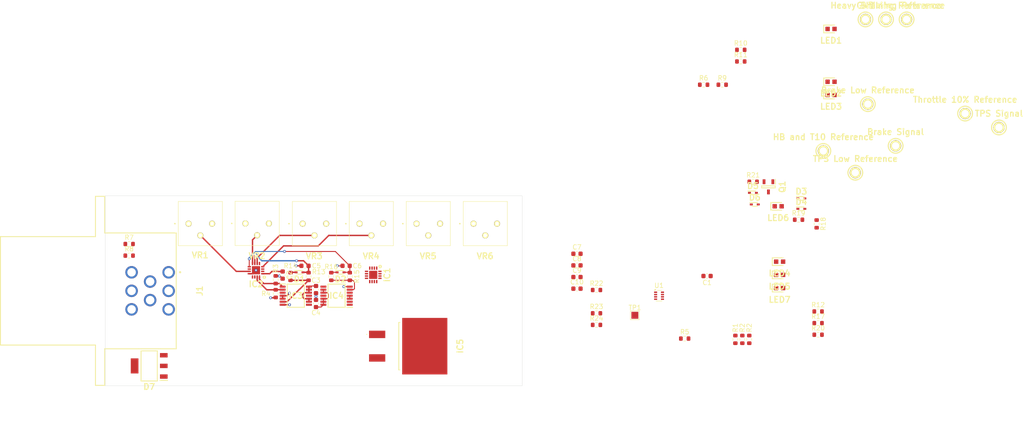
<source format=kicad_pcb>
(kicad_pcb (version 20241229) (generator "pcbnew") (generator_version "9.0")
  (layers (0 "F.Cu" signal) (4 "In1.Cu" signal) (6 "In2.Cu" signal) (2 "B.Cu" signal) (13 "F.Paste" user) (15 "B.Paste" user) (5 "F.SilkS" user "F.Silkscreen") (7 "B.SilkS" user "B.Silkscreen") (1 "F.Mask" user) (3 "B.Mask" user) (25 "Edge.Cuts" user))
  (net 0 "")
  (net 1 "/12V IGNITION")
  (net 2 "Net-(D1-K)")
  (net 3 "Net-(D2-K)")
  (net 4 "GND")
  (net 5 "/HB*T10_FAULT")
  (net 6 "/12V MASTER")
  (net 7 "/SCR Gate")
  (net 8 "BSPD KILL SIGNAL")
  (net 9 "/5V IGNITION")
  (net 10 "/5V PDM")
  (net 11 "Net-(LED1-A)")
  (net 12 "+5V")
  (net 13 "/BL+TL+(HB*T10)_FAULT")
  (net 14 "Net-(D3-K)")
  (net 15 "/BSE")
  (net 16 "Net-(D5-A)")
  (net 17 "/TPS_MAIN")
  (net 18 "/BSPD_LOGIC_SIGNAL")
  (net 19 "Net-(D6-K)")
  (net 20 "/TPS_LOW_FAULT")
  (net 21 "/BRAKE_LOW_REF")
  (net 23 "/BREAK_LOW_FAULT")
  (net 24 "/TPS_10%_REF")
  (net 26 "/TPS_10%_FAULT")
  (net 27 "/TPS_LOW_REF")
  (net 28 "/HB*T10_1S_FAULT")
  (net 30 "/HB*T10_REF")
  (net 32 "Net-(IC3-2Y)")
  (net 33 "Net-(IC4-2Y)")
  (net 34 "Net-(U1-ST)")
  (net 35 "Net-(U1-PR1)")
  (net 40 "/BL+TL_FAULT")
  (net 42 "Net-(IC1-VCC)")
  (net 43 "Net-(IC2-VCC)")
  (net 44 "/HEAVY_BRAKING_FAULT")
  (net 45 "/HEAVY_BRAKING_REF")
  (net 46 "/TIMING_REF")
  (net 47 "Net-(LED2-A)")
  (net 48 "Net-(LED3-A)")
  (net 49 "Net-(LED4-A)")
  (net 50 "Net-(LED5-A)")
  (net 51 "Net-(LED6-A)")
  (net 52 "Net-(LED7-A)")
  (net 57 "Net-(IC3-3A)")
  (net 61 "Net-(IC4-3A)")
  (footprint "Resistor_SMD:R_0603_1608Metric" (layer "F.Cu") (at 175.075 130.8)
    (property "Reference" "R5" (at 0 -1.43 0) (layer "F.SilkS"))
    (property "Value" "10k")
    (pad "1" smd roundrect (at -0.825 0) (size 0.8 0.95) (layers "F.Cu" "F.Mask" "F.Paste") (net 12 "+5V"))
    (pad "2" smd roundrect (at 0.825 0) (size 0.8 0.95) (layers "F.Cu" "F.Mask" "F.Paste") (net 28 "/HB*T10_1S_FAULT"))
  )
  (footprint "SDM_MiscFootprint:776280-1" (layer "F.Cu") (at 47.9 120.5 -90)
    (property "Reference" "J1" (at 0 -22.5 90) (layer "F.SilkS") (effects (font (size 1.27 1.27) (thickness 0.254))))
    (property "Value" "776280-1" (hide yes))
    (pad "" np_thru_hole circle (at -10 -11.3 270) (size 2.85 2.85) (drill 2.85) (layers "F&B.Cu"))
    (pad "" np_thru_hole circle (at 10 -11.3 270) (size 2.85 2.85) (drill 2.85) (layers "F&B.Cu"))
    (pad "1" thru_hole circle (at -4 -15.8 270) (size 2.7 2.7) (drill 1.85) (layers "*.Cu" "*.Mask") (net 17 "/TPS_MAIN"))
    (pad "2" thru_hole circle (at 0 -15.8 270) (size 2.7 2.7) (drill 1.85) (layers "*.Cu" "*.Mask") (net 10 "/5V PDM"))
    (pad "3" thru_hole circle (at 4 -15.8 270) (size 2.7 2.7) (drill 1.85) (layers "*.Cu" "*.Mask") (net 1 "/12V IGNITION"))
    (pad "4" thru_hole circle (at -2 -11.8 270) (size 2.7 2.7) (drill 1.85) (layers "*.Cu" "*.Mask"))
    (pad "5" thru_hole circle (at 2 -11.8 270) (size 2.7 2.7) (drill 1.85) (layers "*.Cu" "*.Mask") (net 6 "/12V MASTER"))
    (pad "6" thru_hole circle (at -4 -7.8 270) (size 2.7 2.7) (drill 1.85) (layers "*.Cu" "*.Mask") (net 15 "/BSE"))
    (pad "7" thru_hole circle (at 0 -7.8 270) (size 2.7 2.7) (drill 1.85) (layers "*.Cu" "*.Mask") (net 4 "GND"))
    (pad "8" thru_hole circle (at 4 -7.8 270) (size 2.7 2.7) (drill 1.85) (layers "*.Cu" "*.Mask") (net 8 "BSPD KILL SIGNAL"))
  )
  (footprint "SDM_MiscFootprint:LEDC1608X80N" (layer "F.Cu") (at 206.663 75.375)
    (property "Reference" "LED2" (at 0 2.5 0) (layer "F.SilkS") (effects (font (size 1.27 1.27) (thickness 0.254))))
    (property "Value" "150060RS75000" (hide yes))
    (pad "1" smd rect (at -0.75 0 90) (size 0.95 0.95) (layers "F.Cu" "F.Mask" "F.Paste") (net 4 "GND"))
    (pad "2" smd rect (at 0.75 0 90) (size 0.95 0.95) (layers "F.Cu" "F.Mask" "F.Paste") (net 47 "Net-(LED2-A)"))
  )
  (footprint "Resistor_SMD:R_0603_1608Metric" (layer "F.Cu") (at 55.175 112.9)
    (property "Reference" "R8" (at 0 -1.43 0) (layer "F.SilkS"))
    (property "Value" "10k")
    (pad "1" smd roundrect (at -0.825 0) (size 0.8 0.95) (layers "F.Cu" "F.Mask" "F.Paste") (net 15 "/BSE"))
    (pad "2" smd roundrect (at 0.825 0) (size 0.8 0.95) (layers "F.Cu" "F.Mask" "F.Paste") (net 4 "GND"))
  )
  (footprint "SDM_MiscFootprint:LEDC1608X80N" (layer "F.Cu") (at 206.663 63.975)
    (property "Reference" "LED1" (at 0 2.5 0) (layer "F.SilkS") (effects (font (size 1.27 1.27) (thickness 0.254))))
    (property "Value" "150060RS75000" (hide yes))
    (pad "1" smd rect (at -0.75 0 90) (size 0.95 0.95) (layers "F.Cu" "F.Mask" "F.Paste") (net 4 "GND"))
    (pad "2" smd rect (at 0.75 0 90) (size 0.95 0.95) (layers "F.Cu" "F.Mask" "F.Paste") (net 11 "Net-(LED1-A)"))
  )
  (footprint "Resistor_SMD:R_0603_1608Metric" (layer "F.Cu") (at 156.045 125.34)
    (property "Reference" "R23" (at 0 -1.43 0) (layer "F.SilkS"))
    (property "Value" "10k")
    (pad "1" smd roundrect (at -0.825 0) (size 0.8 0.95) (layers "F.Cu" "F.Mask" "F.Paste") (net 10 "/5V PDM"))
    (pad "2" smd roundrect (at 0.825 0) (size 0.8 0.95) (layers "F.Cu" "F.Mask" "F.Paste") (net 35 "Net-(U1-PR1)"))
  )
  (footprint "SDM_MiscFootprint:5005" (layer "F.Cu") (at 205 90.3)
    (property "Reference" "RED_TP5" (hide yes))
    (property "Value" "5005" (hide yes))
    (property "Measure" "HB and T10 Reference" (at 0 -3 0) (layer "F.SilkS") (effects (font (size 1.27 1.27) (thickness 0.254))))
    (pad "1" thru_hole circle (at 0 0 90) (size 2.4 2.4) (drill 1.6) (layers "*.Cu" "*.Mask" "F.SilkS") (net 27 "/TPS_LOW_REF"))
  )
  (footprint "TestPoint:TestPoint_Pad_1.5x1.5mm" (layer "F.Cu") (at 164.32 125.775)
    (property "Reference" "TP1" (at 0 -1.648 0) (layer "F.SilkS"))
    (property "Value" "ST_5V")
    (pad "1" smd rect (at 0 0) (size 1.5 1.5) (layers "F.Cu" "F.Mask") (net 34 "Net-(U1-ST)"))
  )
  (footprint "SDM_MiscFootprint:5005" (layer "F.Cu") (at 222.963 61.917)
    (property "Reference" "RED_TP6" (hide yes))
    (property "Value" "5005" (hide yes))
    (property "Measure" "Timing Reference" (at 0 -3 0) (layer "F.SilkS") (effects (font (size 1.27 1.27) (thickness 0.254))))
    (pad "1" thru_hole circle (at 0 0 90) (size 2.4 2.4) (drill 1.6) (layers "*.Cu" "*.Mask" "F.SilkS") (net 21 "/BRAKE_LOW_REF"))
  )
  (footprint "SDM_MiscFootprint:3386P1103TLF" (layer "F.Cu") (at 68 106 180)
    (property "Reference" "VR1" (at -2.5 -6.8 0) (layer "F.SilkS") (effects (font (size 1.27 1.27) (thickness 0.254))))
    (property "Value" "10k" (hide yes))
    (pad "1" thru_hole circle (at 0 0 270) (size 1.303 1.303) (drill 0.76) (layers "*.Cu" "*.Mask" "F.SilkS") (net 12 "+5V"))
    (pad "2" thru_hole circle (at -2.54 -2.54 270) (size 1.303 1.303) (drill 0.76) (layers "*.Cu" "*.Mask" "F.SilkS") (net 46 "/TIMING_REF"))
    (pad "3" thru_hole circle (at -5.08 0 270) (size 1.303 1.303) (drill 0.76) (layers "*.Cu" "*.Mask" "F.SilkS") (net 4 "GND"))
  )
  (footprint "Resistor_SMD:R_0603_1608Metric" (layer "F.Cu") (at 183.173 76.015)
    (property "Reference" "R9" (at 0 -1.43 0) (layer "F.SilkS"))
    (property "Value" "150")
    (pad "1" smd roundrect (at -0.825 0) (size 0.8 0.95) (layers "F.Cu" "F.Mask" "F.Paste") (net 11 "Net-(LED1-A)"))
    (pad "2" smd roundrect (at 0.825 0) (size 0.8 0.95) (layers "F.Cu" "F.Mask" "F.Paste") (net 10 "/5V PDM"))
  )
  (footprint "Resistor_SMD:R_0603_1608Metric" (layer "F.Cu") (at 203.55 106.05 -90)
    (property "Reference" "R18" (at 0 -1.43 90) (layer "F.SilkS"))
    (property "Value" "10k")
    (pad "1" smd roundrect (at -0.825 0 270) (size 0.8 0.95) (layers "F.Cu" "F.Mask" "F.Paste") (net 1 "/12V IGNITION"))
    (pad "2" smd roundrect (at 0.825 0 270) (size 0.8 0.95) (layers "F.Cu" "F.Mask" "F.Paste") (net 16 "Net-(D5-A)"))
  )
  (footprint "Capacitor_SMD:C_0603_1608Metric" (layer "F.Cu") (at 151.825 117.52)
    (property "Reference" "C9" (at 0 -1.43 0) (layer "F.SilkS"))
    (property "Value" "1uF")
    (pad "1" smd roundrect (at -0.775 0) (size 0.9 0.95) (layers "F.Cu" "F.Mask" "F.Paste") (net 9 "/5V IGNITION"))
    (pad "2" smd roundrect (at 0.775 0) (size 0.9 0.95) (layers "F.Cu" "F.Mask" "F.Paste") (net 4 "GND"))
  )
  (footprint "SDM_MiscFootprint:QFN50P300X300X80-17L-D" (layer "F.Cu") (at 107.85 117.05 -90)
    (property "Reference" "IC1" (at 0 -3 270) (layer "F.SilkS") (effects (font (size 1.27 1.27) (thickness 0.254))))
    (property "Value" "LM2901BIRTER" (hide yes))
    (pad "1" smd rect (at -1.45 -0.75) (size 0.3 0.7) (layers "F.Cu" "F.Mask" "F.Paste") (net 42 "Net-(IC1-VCC)"))
    (pad "2" smd rect (at -1.45 -0.25) (size 0.3 0.7) (layers "F.Cu" "F.Mask" "F.Paste") (net 27 "/TPS_LOW_REF"))
    (pad "3" smd rect (at -1.45 0.25) (size 0.3 0.7) (layers "F.Cu" "F.Mask" "F.Paste"))
    (pad "4" smd rect (at -1.45 0.75) (size 0.3 0.7) (layers "F.Cu" "F.Mask" "F.Paste") (net 17 "/TPS_MAIN"))
    (pad "5" smd rect (at -0.75 1.45 270) (size 0.3 0.7) (layers "F.Cu" "F.Mask" "F.Paste"))
    (pad "6" smd rect (at -0.25 1.45 270) (size 0.3 0.7) (layers "F.Cu" "F.Mask" "F.Paste"))
    (pad "7" smd rect (at 0.25 1.45 270) (size 0.3 0.7) (layers "F.Cu" "F.Mask" "F.Paste") (net 21 "/BRAKE_LOW_REF"))
    (pad "8" smd rect (at 0.75 1.45 270) (size 0.3 0.7) (layers "F.Cu" "F.Mask" "F.Paste") (net 15 "/BSE"))
    (pad "9" smd rect (at 1.45 0.75) (size 0.3 0.7) (layers "F.Cu" "F.Mask" "F.Paste"))
    (pad "10" smd rect (at 1.45 0.25) (size 0.3 0.7) (layers "F.Cu" "F.Mask" "F.Paste"))
    (pad "11" smd rect (at 1.45 -0.25) (size 0.3 0.7) (layers "F.Cu" "F.Mask" "F.Paste"))
    (pad "12" smd rect (at 1.45 -0.75) (size 0.3 0.7) (layers "F.Cu" "F.Mask" "F.Paste") (net 4 "GND"))
    (pad "13" smd rect (at 0.75 -1.45 270) (size 0.3 0.7) (layers "F.Cu" "F.Mask" "F.Paste"))
    (pad "14" smd rect (at 0.25 -1.45 270) (size 0.3 0.7) (layers "F.Cu" "F.Mask" "F.Paste") (net 20 "/TPS_LOW_FAULT"))
    (pad "15" smd rect (at -0.25 -1.45 270) (size 0.3 0.7) (layers "F.Cu" "F.Mask" "F.Paste"))
    (pad "16" smd rect (at -0.75 -1.45 270) (size 0.3 0.7) (layers "F.Cu" "F.Mask" "F.Paste") (net 23 "/BREAK_LOW_FAULT"))
    (pad "17" smd rect (at 0 0 270) (size 1.75 1.75) (layers "F.Cu" "F.Mask" "F.Paste") (net 4 "GND"))
  )
  (footprint "SDM_MiscFootprint:5006" (layer "F.Cu") (at 214.095 61.917)
    (property "Reference" "BLACK_TP1" (hide yes))
    (property "Value" "5006" (hide yes))
    (property "Measure" "GND" (at 0 -3 0) (layer "F.SilkS") (effects (font (size 1.27 1.27) (thickness 0.254))))
    (pad "1" thru_hole circle (at 0 0 90) (size 2.4 2.4) (drill 1.6) (layers "*.Cu" "*.Mask" "F.SilkS") (net 4 "GND"))
  )
  (footprint "Resistor_SMD:R_0603_1608Metric" (layer "F.Cu") (at 93.9 117.4 90)
    (property "Reference" "R13" (at 1 2.2 180) (layer "F.SilkS"))
    (property "Value" "100k")
    (pad "1" smd roundrect (at -0.825 0 90) (size 0.8 0.95) (layers "F.Cu" "F.Mask" "F.Paste") (net 32 "Net-(IC3-2Y)"))
    (pad "2" smd roundrect (at 0.825 0 90) (size 0.8 0.95) (layers "F.Cu" "F.Mask" "F.Paste") (net 5 "/HB*T10_FAULT"))
  )
  (footprint "Capacitor_SMD:C_0603_1608Metric" (layer "F.Cu") (at 179.9 117.3 180)
    (property "Reference" "C1" (at 0 -1.43 0) (layer "F.SilkS"))
    (property "Value" "0.1uF")
    (pad "1" smd roundrect (at -0.775 0 180) (size 0.9 0.95) (layers "F.Cu" "F.Mask" "F.Paste") (net 42 "Net-(IC1-VCC)"))
    (pad "2" smd roundrect (at 0.775 0 180) (size 0.9 0.95) (layers "F.Cu" "F.Mask" "F.Paste") (net 12 "+5V"))
  )
  (footprint "SDM_MiscFootprint:SODFL1608X70N" (layer "F.Cu") (at 189.8 99.35)
    (property "Reference" "D5" (at 0 -1.5 0) (layer "F.SilkS") (effects (font (size 1.27 1.27) (thickness 0.254))))
    (property "Value" "BAT54XV2T1G" (hide yes))
    (pad "1" smd rect (at -0.75 0 90) (size 0.42 0.64) (layers "F.Cu" "F.Mask" "F.Paste") (net 7 "/SCR Gate"))
    (pad "2" smd rect (at 0.75 0 90) (size 0.42 0.64) (layers "F.Cu" "F.Mask" "F.Paste") (net 16 "Net-(D5-A)"))
  )
  (footprint "Capacitor_SMD:C_0603_1608Metric" (layer "F.Cu") (at 151.825 112.5)
    (property "Reference" "C7" (at 0 -1.43 0) (layer "F.SilkS"))
    (property "Value" "0.33uF")
    (pad "1" smd roundrect (at -0.775 0) (size 0.9 0.95) (layers "F.Cu" "F.Mask" "F.Paste") (net 4 "GND"))
    (pad "2" smd roundrect (at 0.775 0) (size 0.9 0.95) (layers "F.Cu" "F.Mask" "F.Paste") (net 1 "/12V IGNITION"))
  )
  (footprint "Resistor_SMD:R_0603_1608Metric" (layer "F.Cu") (at 203.872 129.97)
    (property "Reference" "R20" (at 0 -1.43 0) (layer "F.SilkS"))
    (property "Value" "91")
    (pad "1" smd roundrect (at -0.825 0) (size 0.8 0.95) (layers "F.Cu" "F.Mask" "F.Paste") (net 52 "Net-(LED7-A)"))
    (pad "2" smd roundrect (at 0.825 0) (size 0.8 0.95) (layers "F.Cu" "F.Mask" "F.Paste") (net 28 "/HB*T10_1S_FAULT"))
  )
  (footprint "SDM_MiscFootprint:SOP65P640X120-14L" (layer "F.Cu") (at 99.938 121.55 180)
    (property "Reference" "IC4" (at 0 0 180) (layer "F.SilkS") (effects (font (size 1.27 1.27) (thickness 0.254))))
    (property "Value" "SN74HC32PWR" (hide yes))
    (pad "1" smd rect (at -2.838 -1.95 270) (size 0.45 1.275) (layers "F.Cu" "F.Mask" "F.Paste") (net 23 "/BREAK_LOW_FAULT"))
    (pad "2" smd rect (at -2.838 -1.3 270) (size 0.45 1.275) (layers "F.Cu" "F.Mask" "F.Paste") (net 20 "/TPS_LOW_FAULT"))
    (pad "3" smd rect (at -2.838 -0.65 270) (size 0.45 1.275) (layers "F.Cu" "F.Mask" "F.Paste") (net 40 "/BL+TL_FAULT"))
    (pad "4" smd rect (at -2.838 0 270) (size 0.45 1.275) (layers "F.Cu" "F.Mask" "F.Paste") (net 40 "/BL+TL_FAULT"))
    (pad "5" smd rect (at -2.838 0.65 270) (size 0.45 1.275) (layers "F.Cu" "F.Mask" "F.Paste") (net 28 "/HB*T10_1S_FAULT"))
    (pad "6" smd rect (at -2.838 1.3 270) (size 0.45 1.275) (layers "F.Cu" "F.Mask" "F.Paste") (net 33 "Net-(IC4-2Y)"))
    (pad "7" smd rect (at -2.838 1.95 270) (size 0.45 1.275) (layers "F.Cu" "F.Mask" "F.Paste") (net 4 "GND"))
    (pad "8" smd rect (at 2.838 1.95 270) (size 0.45 1.275) (layers "F.Cu" "F.Mask" "F.Paste"))
    (pad "9" smd rect (at 2.838 1.3 270) (size 0.45 1.275) (layers "F.Cu" "F.Mask" "F.Paste") (net 61 "Net-(IC4-3A)"))
    (pad "10" smd rect (at 2.838 0.65 270) (size 0.45 1.275) (layers "F.Cu" "F.Mask" "F.Paste") (net 61 "Net-(IC4-3A)"))
    (pad "11" smd rect (at 2.838 0 270) (size 0.45 1.275) (layers "F.Cu" "F.Mask" "F.Paste"))
    (pad "12" smd rect (at 2.838 -0.65 270) (size 0.45 1.275) (layers "F.Cu" "F.Mask" "F.Paste") (net 61 "Net-(IC4-3A)"))
    (pad "13" smd rect (at 2.838 -1.3 270) (size 0.45 1.275) (layers "F.Cu" "F.Mask" "F.Paste") (net 61 "Net-(IC4-3A)"))
    (pad "14" smd rect (at 2.838 -1.95 270) (size 0.45 1.275) (layers "F.Cu" "F.Mask" "F.Paste") (net 61 "Net-(IC4-3A)"))
  )
  (footprint "Resistor_SMD:R_0603_1608Metric" (layer "F.Cu") (at 187.183 70.995)
    (property "Reference" "R11" (at 0 -1.43 0) (layer "F.SilkS"))
    (property "Value" "510")
    (pad "1" smd roundrect (at -0.825 0) (size 0.8 0.95) (layers "F.Cu" "F.Mask" "F.Paste") (net 48 "Net-(LED3-A)"))
    (pad "2" smd roundrect (at 0.825 0) (size 0.8 0.95) (layers "F.Cu" "F.Mask" "F.Paste") (net 6 "/12V MASTER"))
  )
  (footprint "SDM_MiscFootprint:SODFL1608X70N" (layer "F.Cu") (at 190.2 101.85)
    (property "Reference" "D6" (at 0 -1.5 0) (layer "F.SilkS") (effects (font (size 1.27 1.27) (thickness 0.254))))
    (property "Value" "BAT54XV2T1G" (hide yes))
    (pad "1" smd rect (at -0.75 0 90) (size 0.42 0.64) (layers "F.Cu" "F.Mask" "F.Paste") (net 19 "Net-(D6-K)"))
    (pad "2" smd rect (at 0.75 0 90) (size 0.42 0.64) (layers "F.Cu" "F.Mask" "F.Paste") (net 18 "/BSPD_LOGIC_SIGNAL"))
  )
  (footprint "SDM_MiscFootprint:5007" (layer "F.Cu") (at 242.898 85.235)
    (property "Reference" "WHITE_TP1" (hide yes))
    (property "Value" "5007" (hide yes))
    (property "Measure" "TPS Signal" (at 0 -3 0) (layer "F.SilkS") (effects (font (size 1.27 1.27) (thickness 0.254))))
    (pad "1" thru_hole circle (at 0 0 90) (size 2.4 2.4) (drill 1.6) (layers "*.Cu" "*.Mask" "F.SilkS") (net 17 "/TPS_MAIN"))
  )
  (footprint "Resistor_SMD:R_0603_1608Metric" (layer "F.Cu") (at 189.85 96.95)
    (property "Reference" "R21" (at 0 -1.43 0) (layer "F.SilkS"))
    (property "Value" "1k")
    (pad "1" smd roundrect (at -0.825 0) (size 0.8 0.95) (layers "F.Cu" "F.Mask" "F.Paste") (net 7 "/SCR Gate"))
    (pad "2" smd roundrect (at 0.825 0) (size 0.8 0.95) (layers "F.Cu" "F.Mask" "F.Paste") (net 19 "Net-(D6-K)"))
  )
  (footprint "SDM_MiscFootprint:SOP65P640X120-14L" (layer "F.Cu") (at 91.138 121.55)
    (property "Reference" "IC3" (at 0 0 0) (layer "F.SilkS") (effects (font (size 1.27 1.27) (thickness 0.254))))
    (property "Value" "SN74HC08PWR" (hide yes))
    (pad "1" smd rect (at -2.838 -1.95 90) (size 0.45 1.275) (layers "F.Cu" "F.Mask" "F.Paste") (net 44 "/HEAVY_BRAKING_FAULT"))
    (pad "2" smd rect (at -2.838 -1.3 90) (size 0.45 1.275) (layers "F.Cu" "F.Mask" "F.Paste") (net 26 "/TPS_10%_FAULT"))
    (pad "3" smd rect (at -2.838 -0.65 90) (size 0.45 1.275) (layers "F.Cu" "F.Mask" "F.Paste"))
    (pad "4" smd rect (at -2.838 0 90) (size 0.45 1.275) (layers "F.Cu" "F.Mask" "F.Paste") (net 4 "GND"))
    (pad "5" smd rect (at -2.838 0.65 90) (size 0.45 1.275) (layers "F.Cu" "F.Mask" "F.Paste") (net 4 "GND"))
    (pad "6" smd rect (at -2.838 1.3 90) (size 0.45 1.275) (layers "F.Cu" "F.Mask" "F.Paste") (net 32 "Net-(IC3-2Y)"))
    (pad "7" smd rect (at -2.838 1.95 90) (size 0.45 1.275) (layers "F.Cu" "F.Mask" "F.Paste") (net 4 "GND"))
    (pad "8" smd rect (at 2.838 1.95 90) (size 0.45 1.275) (layers "F.Cu" "F.Mask" "F.Paste"))
    (pad "9" smd rect (at 2.838 1.3 90) (size 0.45 1.275) (layers "F.Cu" "F.Mask" "F.Paste") (net 57 "Net-(IC3-3A)"))
    (pad "10" smd rect (at 2.838 0.65 90) (size 0.45 1.275) (layers "F.Cu" "F.Mask" "F.Paste") (net 57 "Net-(IC3-3A)"))
    (pad "11" smd rect (at 2.838 0 90) (size 0.45 1.275) (layers "F.Cu" "F.Mask" "F.Paste"))
    (pad "12" smd rect (at 2.838 -0.65 90) (size 0.45 1.275) (layers "F.Cu" "F.Mask" "F.Paste") (net 57 "Net-(IC3-3A)"))
    (pad "13" smd rect (at 2.838 -1.3 90) (size 0.45 1.275) (layers "F.Cu" "F.Mask" "F.Paste") (net 57 "Net-(IC3-3A)"))
    (pad "14" smd rect (at 2.838 -1.95 90) (size 0.45 1.275) (layers "F.Cu" "F.Mask" "F.Paste") (net 57 "Net-(IC3-3A)"))
  )
  (footprint "Resistor_SMD:R_0603_1608Metric" (layer "F.Cu") (at 55.175 110.39)
    (property "Reference" "R7" (at 0 -1.43 0) (layer "F.SilkS"))
    (property "Value" "10k")
    (pad "1" smd roundrect (at -0.825 0) (size 0.8 0.95) (layers "F.Cu" "F.Mask" "F.Paste") (net 17 "/TPS_MAIN"))
    (pad "2" smd roundrect (at 0.825 0) (size 0.8 0.95) (layers "F.Cu" "F.Mask" "F.Paste") (net 4 "GND"))
  )
  (footprint "SDM_MiscFootprint:SODFL1608X70N" (layer "F.Cu") (at 91.95 116.5)
    (property "Reference" "D1" (at 0 1.5 0) (layer "F.SilkS") (effects (font (size 1.27 1.27) (thickness 0.254))))
    (property "Value" "BAT54XV2T1G" (hide yes))
    (pad "1" smd rect (at -0.75 0 90) (size 0.42 0.64) (layers "F.Cu" "F.Mask" "F.Paste") (net 2 "Net-(D1-K)"))
    (pad "2" smd rect (at 0.75 0 90) (size 0.42 0.64) (layers "F.Cu" "F.Mask" "F.Paste") (net 5 "/HB*T10_FAULT"))
  )
  (footprint "Resistor_SMD:R_0603_1608Metric" (layer "F.Cu") (at 98.8 117.4 90)
    (property "Reference" "R16" (at 2.1 0 180) (layer "F.SilkS"))
    (property "Value" "100")
    (pad "1" smd roundrect (at -0.825 0 90) (size 0.8 0.95) (layers "F.Cu" "F.Mask" "F.Paste") (net 33 "Net-(IC4-2Y)"))
    (pad "2" smd roundrect (at 0.825 0 90) (size 0.8 0.95) (layers "F.Cu" "F.Mask" "F.Paste") (net 3 "Net-(D2-K)"))
  )
  (footprint "Resistor_SMD:R_0603_1608Metric" (layer "F.Cu") (at 187.512 130.975 -90)
    (property "Reference" "R2" (at -2.5 0 90) (layer "F.SilkS"))
    (property "Value" "10k")
    (pad "1" smd roundrect (at -0.825 0 270) (size 0.8 0.95) (layers "F.Cu" "F.Mask" "F.Paste") (net 12 "+5V"))
    (pad "2" smd roundrect (at 0.825 0 270) (size 0.8 0.95) (layers "F.Cu" "F.Mask" "F.Paste") (net 44 "/HEAVY_BRAKING_FAULT"))
  )
  (footprint "SDM_MiscFootprint:5005" (layer "F.Cu") (at 211.9 95)
    (property "Reference" "RED_TP3" (hide yes))
    (property "Value" "5005" (hide yes))
    (property "Measure" "TPS Low Reference" (at 0 -3 0) (layer "F.SilkS") (effects (font (size 1.27 1.27) (thickness 0.254))))
    (pad "1" thru_hole circle (at 0 0 90) (size 2.4 2.4) (drill 1.6) (layers "*.Cu" "*.Mask" "F.SilkS") (net 24 "/TPS_10%_REF"))
  )
  (footprint "Resistor_SMD:R_0603_1608Metric" (layer "F.Cu") (at 156.045 127.85)
    (property "Reference" "R24" (at 0 -1.43 0) (layer "F.SilkS"))
    (property "Value" "10k")
    (pad "1" smd roundrect (at -0.825 0) (size 0.8 0.95) (layers "F.Cu" "F.Mask" "F.Paste") (net 4 "GND"))
    (pad "2" smd roundrect (at 0.825 0) (size 0.8 0.95) (layers "F.Cu" "F.Mask" "F.Paste") (net 35 "Net-(U1-PR1)"))
  )
  (footprint "Resistor_SMD:R_0603_1608Metric" (layer "F.Cu") (at 90 117.4 90)
    (property "Reference" "R14" (at 2.3 0 180) (layer "F.SilkS"))
    (property "Value" "100")
    (pad "1" smd roundrect (at -0.825 0 90) (size 0.8 0.95) (layers "F.Cu" "F.Mask" "F.Paste") (net 32 "Net-(IC3-2Y)"))
    (pad "2" smd roundrect (at 0.825 0 90) (size 0.8 0.95) (layers "F.Cu" "F.Mask" "F.Paste") (net 2 "Net-(D1-K)"))
  )
  (footprint "SDM_MiscFootprint:LEDC1608X80N" (layer "F.Cu") (at 206.663 78.225)
    (property "Reference" "LED3" (at 0 2.5 0) (layer "F.SilkS") (effects (font (size 1.27 1.27) (thickness 0.254))))
    (property "Value" "150060RS75000" (hide yes))
    (pad "1" smd rect (at -0.75 0 90) (size 0.95 0.95) (layers "F.Cu" "F.Mask" "F.Paste") (net 4 "GND"))
    (pad "2" smd rect (at 0.75 0 90) (size 0.95 0.95) (layers "F.Cu" "F.Mask" "F.Paste") (net 48 "Net-(LED3-A)"))
  )
  (footprint "SDM_MiscFootprint:QFN50P300X300X80-17L-D" (layer "F.Cu") (at 82.55 116.05 180)
    (property "Reference" "IC2" (at 0 -3 180) (layer "F.SilkS") (effects (font (size 1.27 1.27) (thickness 0.254))))
    (property "Value" "LM2901BIRTER" (hide yes))
    (pad "1" smd rect (at -1.45 -0.75 270) (size 0.3 0.7) (layers "F.Cu" "F.Mask" "F.Paste") (net 43 "Net-(IC2-VCC)"))
    (pad "2" smd rect (at -1.45 -0.25 270) (size 0.3 0.7) (layers "F.Cu" "F.Mask" "F.Paste") (net 15 "/BSE"))
    (pad "3" smd rect (at -1.45 0.25 270) (size 0.3 0.7) (layers "F.Cu" "F.Mask" "F.Paste"))
    (pad "4" smd rect (at -1.45 0.75 270) (size 0.3 0.7) (layers "F.Cu" "F.Mask" "F.Paste") (net 45 "/HEAVY_BRAKING_REF"))
    (pad "5" smd rect (at -0.75 1.45 180) (size 0.3 0.7) (layers "F.Cu" "F.Mask" "F.Paste") (net 17 "/TPS_MAIN"))
    (pad "6" smd rect (at -0.25 1.45 180) (size 0.3 0.7) (layers "F.Cu" "F.Mask" "F.Paste") (net 24 "/TPS_10%_REF"))
    (pad "7" smd rect (at 0.25 1.45 180) (size 0.3 0.7) (layers "F.Cu" "F.Mask" "F.Paste") (net 5 "/HB*T10_FAULT"))
    (pad "8" smd rect (at 0.75 1.45 180) (size 0.3 0.7) (layers "F.Cu" "F.Mask" "F.Paste") (net 30 "/HB*T10_REF"))
    (pad "9" smd rect (at 1.45 0.75 270) (size 0.3 0.7) (layers "F.Cu" "F.Mask" "F.Paste") (net 13 "/BL+TL+(HB*T10)_FAULT"))
    (pad "10" smd rect (at 1.45 0.25 270) (size 0.3 0.7) (layers "F.Cu" "F.Mask" "F.Paste"))
    (pad "11" smd rect (at 1.45 -0.25 270) (size 0.3 0.7) (layers "F.Cu" "F.Mask" "F.Paste") (net 46 "/TIMING_REF"))
    (pad "12" smd rect (at 1.45 -0.75 270) (size 0.3 0.7) (layers "F.Cu" "F.Mask" "F.Paste") (net 4 "GND"))
    (pad "13" smd rect (at 0.75 -1.45 180) (size 0.3 0.7) (layers "F.Cu" "F.Mask" "F.Paste") (net 18 "/BSPD_LOGIC_SIGNAL"))
    (pad "14" smd rect (at 0.25 -1.45 180) (size 0.3 0.7) (layers "F.Cu" "F.Mask" "F.Paste") (net 28 "/HB*T10_1S_FAULT"))
    (pad "15" smd rect (at -0.25 -1.45 180) (size 0.3 0.7) (layers "F.Cu" "F.Mask" "F.Paste") (net 26 "/TPS_10%_FAULT"))
    (pad "16" smd rect (at -0.75 -1.45 180) (size 0.3 0.7) (layers "F.Cu" "F.Mask" "F.Paste") (net 44 "/HEAVY_BRAKING_FAULT"))
    (pad "17" smd rect (at 0 0 180) (size 1.75 1.75) (layers "F.Cu" "F.Mask" "F.Paste") (net 4 "GND"))
  )
  (footprint "SDM_MiscFootprint:3386P1103TLF" (layer "F.Cu") (at 129.5 106 180)
    (property "Reference" "VR6" (at -2.5 -7 0) (layer "F.SilkS") (effects (font (size 1.27 1.27) (thickness 0.254))))
    (property "Value" "10k" (hide yes))
    (pad "1" thru_hole circle (at 0 0 270) (size 1.303 1.303) (drill 0.76) (layers "*.Cu" "*.Mask" "F.SilkS") (net 12 "+5V"))
    (pad "2" thru_hole circle (at -2.54 -2.54 270) (size 1.303 1.303) (drill 0.76) (layers "*.Cu" "*.Mask" "F.SilkS") (net 21 "/BRAKE_LOW_REF"))
    (pad "3" thru_hole circle (at -5.08 0 270) (size 1.303 1.303) (drill 0.76) (layers "*.Cu" "*.Mask" "F.SilkS") (net 4 "GND"))
  )
  (footprint "Resistor_SMD:R_0603_1608Metric" (layer "F.Cu") (at 86.8 121.1 90)
    (property "Reference" "R4" (at 0 -2.1 180) (layer "F.SilkS"))
    (property "Value" "10k")
    (pad "1" smd roundrect (at -0.825 0 90) (size 0.8 0.95) (layers "F.Cu" "F.Mask" "F.Paste") (net 12 "+5V"))
    (pad "2" smd roundrect (at 0.825 0 90) (size 0.8 0.95) (layers "F.Cu" "F.Mask" "F.Paste") (net 26 "/TPS_10%_FAULT"))
  )
  (footprint "Capacitor_SMD:C_0603_1608Metric" (layer "F.Cu") (at 95.5 123.225 90)
    (property "Reference" "C4" (at -2 0 180) (layer "F.SilkS"))
    (property "Value" "0.1uF")
    (pad "1" smd roundrect (at -0.775 0 90) (size 0.9 0.95) (layers "F.Cu" "F.Mask" "F.Paste") (net 61 "Net-(IC4-3A)"))
    (pad "2" smd roundrect (at 0.775 0 90) (size 0.9 0.95) (layers "F.Cu" "F.Mask" "F.Paste") (net 12 "+5V"))
  )
  (footprint "Resistor_SMD:R_0603_1608Metric" (layer "F.Cu") (at 156.045 120.32)
    (property "Reference" "R22" (at 0 -1.43 0) (layer "F.SilkS"))
    (property "Value" "10k")
    (pad "1" smd roundrect (at -0.825 0) (size 0.8 0.95) (layers "F.Cu" "F.Mask" "F.Paste") (net 12 "+5V"))
    (pad "2" smd roundrect (at 0.825 0) (size 0.8 0.95) (layers "F.Cu" "F.Mask" "F.Paste") (net 34 "Net-(U1-ST)"))
  )
  (footprint "Capacitor_SMD:C_0603_1608Metric" (layer "F.Cu") (at 93.125 115.1 180)
    (property "Reference" "C5" (at -2.475 0 0) (layer "F.SilkS"))
    (property "Value" "10uF")
    (pad "1" smd roundrect (at -0.775 0 180) (size 0.9 0.95) (layers "F.Cu" "F.Mask" "F.Paste") (net 5 "/HB*T10_FAULT"))
    (pad "2" smd roundrect (at 0.775 0 180) (size 0.9 0.95) (layers "F.Cu" "F.Mask" "F.Paste") (net 4 "GND"))
  )
  (footprint "Capacitor_SMD:C_0603_1608Metric" (layer "F.Cu") (at 95.5 120.225 -90)
    (property "Reference" "C3" (at -2 0 180) (layer "F.SilkS"))
    (property "Value" "0.1uF" (hide yes))
    (pad "1" smd roundrect (at -0.775 0 270) (size 0.9 0.95) (layers "F.Cu" "F.Mask" "F.Paste") (net 57 "Net-(IC3-3A)"))
    (pad "2" smd roundrect (at 0.775 0 270) (size 0.9 0.95) (layers "F.Cu" "F.Mask" "F.Paste") (net 12 "+5V"))
  )
  (footprint "SDM_MiscFootprint:L7805ACD2TTR" (layer "F.Cu") (at 115.607 132.44 -90)
    (property "Reference" "IC5" (at 0 -11 90) (layer "F.SilkS") (effects (font (size 1.27 1.27) (thickness 0.254))))
    (property "Value" "L7805ACD2T-TR" (hide yes))
    (pad "1" smd rect (at -2.54 6.907 270) (size 1.6 3.5) (layers "F.Cu" "F.Mask" "F.Paste") (net 1 "/12V IGNITION"))
    (pad "2" smd rect (at 0 -3.368) (size 9.75 12.2) (layers "F.Cu" "F.Mask" "F.Paste") (net 4 "GND"))
    (pad "3" smd rect (at 2.54 6.907 270) (size 1.6 3.5) (layers "F.Cu" "F.Mask" "F.Paste") (net 9 "/5V IGNITION"))
  )
  (footprint "Resistor_SMD:R_0603_1608Metric" (layer "F.Cu") (at 199.65 105.15)
    (property "Reference" "R19" (at 0 -1.43 0) (layer "F.SilkS"))
    (property "Value" "91")
    (pad "1" smd roundrect (at -0.825 0) (size 0.8 0.95) (layers "F.Cu" "F.Mask" "F.Paste") (net 14 "Net-(D3-K)"))
    (pad "2" smd roundrect (at 0.825 0) (size 0.8 0.95) (layers "F.Cu" "F.Mask" "F.Paste") (net 51 "Net-(LED6-A)"))
  )
  (footprint "Resistor_SMD:R_0603_1608Metric" (layer "F.Cu") (at 186.012 130.975 -90)
    (property "Reference" "R1" (at -2.5 0 90) (layer "F.SilkS"))
    (property "Value" "10k")
    (pad "1" smd roundrect (at -0.825 0 270) (size 0.8 0.95) (layers "F.Cu" "F.Mask" "F.Paste") (net 12 "+5V"))
    (pad "2" smd roundrect (at 0.825 0 270) (size 0.8 0.95) (layers "F.Cu" "F.Mask" "F.Paste") (net 23 "/BREAK_LOW_FAULT"))
  )
  (footprint "SDM_MiscFootprint:LEDC1608X80N" (layer "F.Cu") (at 195.562 114.2)
    (property "Reference" "LED4" (at 0 2.5 0) (layer "F.SilkS") (effects (font (size 1.27 1.27) (thickness 0.254))))
    (property "Value" "150060GS75000" (hide yes))
    (pad "1" smd rect (at -0.75 0 90) (size 0.95 0.95) (layers "F.Cu" "F.Mask" "F.Paste") (net 4 "GND"))
    (pad "2" smd rect (at 0.75 0 90) (size 0.95 0.95) (layers "F.Cu" "F.Mask" "F.Paste") (net 49 "Net-(LED4-A)"))
  )
  (footprint "SDM_MiscFootprint:SODFL1608X70N" (layer "F.Cu") (at 200.25 102.8)
    (property "Reference" "D4" (at 0 -1.5 0) (layer "F.SilkS") (effects (font (size 1.27 1.27) (thickness 0.254))))
    (property "Value" "BAT54XV2T1G" (hide yes))
    (pad "1" smd rect (at -0.75 0 90) (size 0.42 0.64) (layers "F.Cu" "F.Mask" "F.Paste") (net 14 "Net-(D3-K)"))
    (pad "2" smd rect (at 0.75 0 90) (size 0.42 0.64) (layers "F.Cu" "F.Mask" "F.Paste") (net 6 "/12V MASTER"))
  )
  (footprint "SDM_MiscFootprint:LEDC1608X80N" (layer "F.Cu") (at 195.25 102.25)
    (property "Reference" "LED6" (at 0 2.5 0) (layer "F.SilkS") (effects (font (size 1.27 1.27) (thickness 0.254))))
    (property "Value" "150060GS75000" (hide yes))
    (pad "1" smd rect (at -0.75 0 90) (size 0.95 0.95) (layers "F.Cu" "F.Mask" "F.Paste") (net 8 "BSPD KILL SIGNAL"))
    (pad "2" smd rect (at 0.75 0 90) (size 0.95 0.95) (layers "F.Cu" "F.Mask" "F.Paste") (net 51 "Net-(LED6-A)"))
  )
  (footprint "SDM_MiscFootprint:SOT95P230X110-3N" (layer "F.Cu") (at 193.15 98.05 -90)
    (property "Reference" "Q1" (at 0 -3 270) (layer "F.SilkS") (effects (font (size 1.27 1.27) (thickness 0.254))))
    (property "Value" "2N7002,215" (hide yes))
    (pad "1" smd rect (at -1.1 -0.95) (size 0.6 1.05) (layers "F.Cu" "F.Mask" "F.Paste") (net 6 "/12V MASTER"))
    (pad "2" smd rect (at -1.1 0.95) (size 0.6 1.05) (layers "F.Cu" "F.Mask" "F.Paste") (net 4 "GND"))
    (pad "3" smd rect (at 1.1 0) (size 0.6 1.05) (layers "F.Cu" "F.Mask" "F.Paste") (net 16 "Net-(D5-A)"))
  )
  (footprint "SDM_MiscFootprint:SODFL1608X70N" (layer "F.Cu") (at 200.25 100.55)
    (property "Reference" "D3" (at 0 -1.5 0) (layer "F.SilkS") (effects (font (size 1.27 1.27) (thickness 0.254))))
    (property "Value" "BAT54XV2T1G" (hide yes))
    (pad "1" smd rect (at -0.75 0 90) (size 0.42 0.64) (layers "F.Cu" "F.Mask" "F.Paste") (net 14 "Net-(D3-K)"))
    (pad "2" smd rect (at 0.75 0 90) (size 0.42 0.64) (layers "F.Cu" "F.Mask" "F.Paste") (net 1 "/12V IGNITION"))
  )
  (footprint "SDM_MiscFootprint:3386P1103TLF" (layer "F.Cu") (at 80.26 105.96 180)
    (property "Reference" "VR2" (at -2.5 -7 0) (layer "F.SilkS") (effects (font (size 1.27 1.27) (thickness 0.254))))
    (property "Value" "10k" (hide yes))
    (pad "1" thru_hole circle (at 0 0 270) (size 1.303 1.303) (drill 0.76) (layers "*.Cu" "*.Mask" "F.SilkS") (net 12 "+5V"))
    (pad "2" thru_hole circle (at -2.54 -2.54 270) (size 1.303 1.303) (drill 0.76) (layers "*.Cu" "*.Mask" "F.SilkS") (net 30 "/HB*T10_REF"))
    (pad "3" thru_hole circle (at -5.08 0 270) (size 1.303 1.303) (drill 0.76) (layers "*.Cu" "*.Mask" "F.SilkS") (net 4 "GND"))
  )
  (footprint "Capacitor_SMD:C_0603_1608Metric" (layer "F.Cu") (at 102 115.1 180)
    (property "Reference" "C6" (at -2.4 0 0) (layer "F.SilkS"))
    (property "Value" "10uF")
    (pad "1" smd roundrect (at -0.775 0 180) (size 0.9 0.95) (layers "F.Cu" "F.Mask" "F.Paste") (net 13 "/BL+TL+(HB*T10)_FAULT"))
    (pad "2" smd roundrect (at 0.775 0 180) (size 0.9 0.95) (layers "F.Cu" "F.Mask" "F.Paste") (net 4 "GND"))
  )
  (footprint "Capacitor_SMD:C_0603_1608Metric" (layer "F.Cu") (at 151.825 120.03)
    (property "Reference" "C10" (at 0 -1.43 0) (layer "F.SilkS"))
    (property "Value" "1uF")
    (pad "1" smd roundrect (at -0.775 0) (size 0.9 0.95) (layers "F.Cu" "F.Mask" "F.Paste") (net 10 "/5V PDM"))
    (pad "2" smd roundrect (at 0.775 0) (size 0.9 0.95) (layers "F.Cu" "F.Mask" "F.Paste") (net 4 "GND"))
  )
  (footprint "SDM_MiscFootprint:SOT230P700X190-4N" (layer "F.Cu") (at 59.5 136.7 180)
    (property "Reference" "D7" (at 0 -4.5 180) (layer "F.SilkS") (effects (font (size 1.27 1.27) (thickness 0.254))))
    (property "Value" "X0202MN_5BA4" (hide yes))
    (pad "1" smd rect (at -3.15 -2.3 270) (size 0.95 1.65) (layers "F.Cu" "F.Mask" "F.Paste") (net 4 "GND"))
    (pad "2" smd rect (at -3.15 0 270) (size 0.95 1.65) (layers "F.Cu" "F.Mask" "F.Paste") (net 8 "BSPD KILL SIGNAL"))
    (pad "3" smd rect (at -3.15 2.3 270) (size 0.95 1.65) (layers "F.Cu" "F.Mask" "F.Paste") (net 7 "/SCR Gate"))
    (pad "4" smd rect (at 3.15 0 180) (size 1.65 3.25) (layers "F.Cu" "F.Mask" "F.Paste") (net 8 "BSPD KILL SIGNAL"))
  )
  (footprint "SDM_MiscFootprint:3386P1103TLF" (layer "F.Cu") (at 92.62 106 180)
    (property "Reference" "VR3" (at -2.5 -7 0) (layer "F.SilkS") (effects (font (size 1.27 1.27) (thickness 0.254))))
    (property "Value" "10k" (hide yes))
    (pad "1" thru_hole circle (at 0 0 270) (size 1.303 1.303) (drill 0.76) (layers "*.Cu" "*.Mask" "F.SilkS") (net 12 "+5V"))
    (pad "2" thru_hole circle (at -2.54 -2.54 270) (size 1.303 1.303) (drill 0.76) (layers "*.Cu" "*.Mask" "F.SilkS") (net 24 "/TPS_10%_REF"))
    (pad "3" thru_hole circle (at -5.08 0 270) (size 1.303 1.303) (drill 0.76) (layers "*.Cu" "*.Mask" "F.SilkS") (net 4 "GND"))
  )
  (footprint "SDM_MiscFootprint:SODFL1608X70N" (layer "F.Cu") (at 100.8 116.5)
    (property "Reference" "D2" (at 0 1.5 0) (layer "F.SilkS") (effects (font (size 1.27 1.27) (thickness 0.254))))
    (property "Value" "BAT54XV2T1G" (hide yes))
    (pad "1" smd rect (at -0.75 0 90) (size 0.42 0.64) (layers "F.Cu" "F.Mask" "F.Paste") (net 3 "Net-(D2-K)"))
    (pad "2" smd rect (at 0.75 0 90) (size 0.42 0.64) (layers "F.Cu" "F.Mask" "F.Paste") (net 13 "/BL+TL+(HB*T10)_FAULT"))
  )
  (footprint "Resistor_SMD:R_0603_1608Metric" (layer "F.Cu") (at 203.872 127.46)
    (property "Reference" "R17" (at 0 -1.43 0) (layer "F.SilkS"))
    (property "Value" "91")
    (pad "1" smd roundrect (at -0.825 0) (size 0.8 0.95) (layers "F.Cu" "F.Mask" "F.Paste") (net 50 "Net-(LED5-A)"))
    (pad "2" smd roundrect (at 0.825 0) (size 0.8 0.95) (layers "F.Cu" "F.Mask" "F.Paste") (net 20 "/TPS_LOW_FAULT"))
  )
  (footprint "Capacitor_SMD:C_0603_1608Metric" (layer "F.Cu") (at 151.825 115.01)
    (property "Reference" "C8" (at 0 -1.43 0) (layer "F.SilkS"))
    (property "Value" "0.1uF")
    (pad "1" smd roundrect (at -0.775 0) (size 0.9 0.95) (layers "F.Cu" "F.Mask" "F.Paste") (net 4 "GND"))
    (pad "2" smd roundrect (at 0.775 0) (size 0.9 0.95) (layers "F.Cu" "F.Mask" "F.Paste") (net 9 "/5V IGNITION"))
  )
  (footprint "Resistor_SMD:R_0603_1608Metric" (layer "F.Cu") (at 189.012 130.975 -90)
    (property "Reference" "R2" (at -2.5 0 90) (layer "F.SilkS"))
    (property "Value" "10k")
    (pad "1" smd roundrect (at -0.825 0 270) (size 0.8 0.95) (layers "F.Cu" "F.Mask" "F.Paste") (net 12 "+5V"))
    (pad "2" smd roundrect (at 0.825 0 270) (size 0.8 0.95) (layers "F.Cu" "F.Mask" "F.Paste") (net 20 "/TPS_LOW_FAULT"))
  )
  (footprint "Resistor_SMD:R_0603_1608Metric" (layer "F.Cu") (at 187.183 68.485)
    (property "Reference" "R10" (at 0 -1.43 0) (layer "F.SilkS"))
    (property "Value" "510")
    (pad "1" smd roundrect (at -0.825 0) (size 0.8 0.95) (layers "F.Cu" "F.Mask" "F.Paste") (net 47 "Net-(LED2-A)"))
    (pad "2" smd roundrect (at 0.825 0) (size 0.8 0.95) (layers "F.Cu" "F.Mask" "F.Paste") (net 1 "/12V IGNITION"))
  )
  (footprint "Package_TO_SOT_SMD:SOT-583-8" (layer "F.Cu") (at 169.54 121.55)
    (property "Reference" "U1" (at 0 -2.2 0) (layer "F.SilkS"))
    (property "Value" "TPS2116DRL")
    (pad "1" smd roundrect (at -0.74 -0.75) (size 0.67 0.3) (layers "F.Cu" "F.Mask" "F.Paste") (roundrect_rratio 0.1666666667) (net 4 "GND"))
    (pad "2" smd roundrect (at -0.74 -0.25) (size 0.67 0.3) (layers "F.Cu" "F.Mask" "F.Paste") (roundrect_rratio 0.1666666667) (net 12 "+5V"))
    (pad "3" smd roundrect (at -0.74 0.25) (size 0.67 0.3) (layers "F.Cu" "F.Mask" "F.Paste") (roundrect_rratio 0.1666666667) (net 10 "/5V PDM"))
    (pad "4" smd roundrect (at -0.74 0.75) (size 0.67 0.3) (layers "F.Cu" "F.Mask" "F.Paste") (roundrect_rratio 0.1666666667) (net 35 "Net-(U1-PR1)"))
    (pad "5" smd roundrect (at 0.74 0.75) (size 0.67 0.3) (layers "F.Cu" "F.Mask" "F.Paste") (roundrect_rratio 0.1666666667) (net 10 "/5V PDM"))
    (pad "6" smd roundrect (at 0.74 0.25) (size 0.67 0.3) (layers "F.Cu" "F.Mask" "F.Paste") (roundrect_rratio 0.1666666667) (net 9 "/5V IGNITION"))
    (pad "7" smd roundrect (at 0.74 -0.25) (size 0.67 0.3) (layers "F.Cu" "F.Mask" "F.Paste") (roundrect_rratio 0.1666666667) (net 12 "+5V"))
    (pad "8" smd roundrect (at 0.74 -0.75) (size 0.67 0.3) (layers "F.Cu" "F.Mask" "F.Paste") (roundrect_rratio 0.1666666667) (net 34 "Net-(U1-ST)"))
  )
  (footprint "SDM_MiscFootprint:5007" (layer "F.Cu") (at 220.6 89.2)
    (property "Reference" "WHITE_TP2" (hide yes))
    (property "Value" "5007" (hide yes))
    (property "Measure" "Brake Signal" (at 0 -3 0) (layer "F.SilkS") (effects (font (size 1.27 1.27) (thickness 0.254))))
    (pad "1" thru_hole circle (at 0 0 90) (size 2.4 2.4) (drill 1.6) (layers "*.Cu" "*.Mask" "F.SilkS") (net 15 "/BSE"))
  )
  (footprint "SDM_MiscFootprint:5005" (layer "F.Cu") (at 214.6 80.2)
    (property "Reference" "RED_TP1" (hide yes))
    (property "Value" "5005" (hide yes))
    (property "Measure" "Brake Low Reference" (at 0 -3 0) (layer "F.SilkS") (effects (font (size 1.27 1.27) (thickness 0.254))))
    (pad "1" thru_hole circle (at 0 0 90) (size 2.4 2.4) (drill 1.6) (layers "*.Cu" "*.Mask" "F.SilkS") (net 46 "/TIMING_REF"))
  )
  (footprint "Resistor_SMD:R_0603_1608Metric" (layer "F.Cu") (at 102.8 117.4 90)
    (property "Reference" "R15" (at 0 1.5 90) (layer "F.SilkS"))
    (property "Value" "10k")
    (pad "1" smd roundrect (at -0.825 0 90) (size 0.8 0.95) (layers "F.Cu" "F.Mask" "F.Paste") (net 33 "Net-(IC4-2Y)"))
    (pad "2" smd roundrect (at 0.825 0 90) (size 0.8 0.95) (layers "F.Cu" "F.Mask" "F.Paste") (net 13 "/BL+TL+(HB*T10)_FAULT"))
  )
  (footprint "SDM_MiscFootprint:3386P1103TLF" (layer "F.Cu") (at 104.9 106 180)
    (property "Reference" "VR4" (at -2.5 -7 0) (layer "F.SilkS") (effects (font (size 1.27 1.27) (thickness 0.254))))
    (property "Value" "10k" (hide yes))
    (pad "1" thru_hole circle (at 0 0 270) (size 1.303 1.303) (drill 0.76) (layers "*.Cu" "*.Mask" "F.SilkS") (net 12 "+5V"))
    (pad "2" thru_hole circle (at -2.54 -2.54 270) (size 1.303 1.303) (drill 0.76) (layers "*.Cu" "*.Mask" "F.SilkS") (net 45 "/HEAVY_BRAKING_REF"))
    (pad "3" thru_hole circle (at -5.08 0 270) (size 1.303 1.303) (drill 0.76) (layers "*.Cu" "*.Mask" "F.SilkS") (net 4 "GND"))
  )
  (footprint "SDM_MiscFootprint:LEDC1608X80N" (layer "F.Cu") (at 195.562 117.05)
    (property "Reference" "LED5" (at 0 2.5 0) (layer "F.SilkS") (effects (font (size 1.27 1.27) (thickness 0.254))))
    (property "Value" "150060GS75000" (hide yes))
    (pad "1" smd rect (at -0.75 0 90) (size 0.95 0.95) (layers "F.Cu" "F.Mask" "F.Paste") (net 4 "GND"))
    (pad "2" smd rect (at 0.75 0 90) (size 0.95 0.95) (layers "F.Cu" "F.Mask" "F.Paste") (net 50 "Net-(LED5-A)"))
  )
  (footprint "SDM_MiscFootprint:3386P1103TLF" (layer "F.Cu") (at 117.2 106 180)
    (property "Reference" "VR5" (at -2.5 -7 0) (layer "F.SilkS") (effects (font (size 1.27 1.27) (thickness 0.254))))
    (property "Value" "10k" (hide yes))
    (pad "1" thru_hole circle (at 0 0 270) (size 1.303 1.303) (drill 0.76) (layers "*.Cu" "*.Mask" "F.SilkS") (net 12 "+5V"))
    (pad "2" thru_hole circle (at -2.54 -2.54 270) (size 1.303 1.303) (drill 0.76) (layers "*.Cu" "*.Mask" "F.SilkS") (net 27 "/TPS_LOW_REF"))
    (pad "3" thru_hole circle (at -5.08 0 270) (size 1.303 1.303) (drill 0.76) (layers "*.Cu" "*.Mask" "F.SilkS") (net 4 "GND"))
  )
  (footprint "SDM_MiscFootprint:5005" (layer "F.Cu") (at 235.598 82.235)
    (property "Reference" "RED_TP4" (hide yes))
    (property "Value" "5005" (hide yes))
    (property "Measure" "Throttle 10% Reference" (at 0 -3 0) (layer "F.SilkS") (effects (font (size 1.27 1.27) (thickness 0.254))))
    (pad "1" thru_hole circle (at 0 0 90) (size 2.4 2.4) (drill 1.6) (layers "*.Cu" "*.Mask" "F.SilkS") (net 45 "/HEAVY_BRAKING_REF"))
  )
  (footprint "SDM_MiscFootprint:5005" (layer "F.Cu") (at 218.529 61.917)
    (property "Reference" "RED_TP2" (hide yes))
    (property "Value" "5005" (hide yes))
    (property "Measure" "Heavy Braking Reference" (at 0 -3 0) (layer "F.SilkS") (effects (font (size 1.27 1.27) (thickness 0.254))))
    (pad "1" thru_hole circle (at 0 0 90) (size 2.4 2.4) (drill 1.6) (layers "*.Cu" "*.Mask" "F.SilkS") (net 30 "/HB*T10_REF"))
  )
  (footprint "Resistor_SMD:R_0603_1608Metric" (layer "F.Cu") (at 203.872 124.95)
    (property "Reference" "R12" (at 0 -1.43 0) (layer "F.SilkS"))
    (property "Value" "91")
    (pad "1" smd roundrect (at -0.825 0) (size 0.8 0.95) (layers "F.Cu" "F.Mask" "F.Paste") (net 49 "Net-(LED4-A)"))
    (pad "2" smd roundrect (at 0.825 0) (size 0.8 0.95) (layers "F.Cu" "F.Mask" "F.Paste") (net 23 "/BREAK_LOW_FAULT"))
  )
  (footprint "Capacitor_SMD:C_0603_1608Metric" (layer "F.Cu") (at 88.3 117.1 -90)
    (property "Reference" "C2" (at 0 -1.43 90) (layer "F.SilkS"))
    (property "Value" "0.1uF")
    (pad "1" smd roundrect (at -0.775 0 270) (size 0.9 0.95) (layers "F.Cu" "F.Mask" "F.Paste") (net 43 "Net-(IC2-VCC)"))
    (pad "2" smd roundrect (at 0.775 0 270) (size 0.9 0.95) (layers "F.Cu" "F.Mask" "F.Paste") (net 12 "+5V"))
  )
  (footprint "Resistor_SMD:R_0603_1608Metric" (layer "F.Cu") (at 179.163 76.015)
    (property "Reference" "R6" (at 0 -1.43 0) (layer "F.SilkS"))
    (property "Value" "10k")
    (pad "1" smd roundrect (at -0.825 0) (size 0.8 0.95) (layers "F.Cu" "F.Mask" "F.Paste") (net 12 "+5V"))
    (pad "2" smd roundrect (at 0.825 0) (size 0.8 0.95) (layers "F.Cu" "F.Mask" "F.Paste") (net 18 "/BSPD_LOGIC_SIGNAL"))
  )
  (footprint "SDM_MiscFootprint:LEDC1608X80N" (layer "F.Cu") (at 195.562 119.9)
    (property "Reference" "LED7" (at 0 2.5 0) (layer "F.SilkS") (effects (font (size 1.27 1.27) (thickness 0.254))))
    (property "Value" "150060GS75000" (hide yes))
    (pad "1" smd rect (at -0.75 0 90) (size 0.95 0.95) (layers "F.Cu" "F.Mask" "F.Paste") (net 4 "GND"))
    (pad "2" smd rect (at 0.75 0 90) (size 0.95 0.95) (layers "F.Cu" "F.Mask" "F.Paste") (net 52 "Net-(LED7-A)"))
  )
  (footprint "Resistor_SMD:R_0603_1608Metric" (layer "F.Cu") (at 86.8 118.1 -90)
    (property "Reference" "R3" (at -2.4 0 90) (layer "F.SilkS"))
    (property "Value" "10k")
    (pad "1" smd roundrect (at -0.825 0 270) (size 0.8 0.95) (layers "F.Cu" "F.Mask" "F.Paste") (net 12 "+5V"))
    (pad "2" smd roundrect (at 0.825 0 270) (size 0.8 0.95) (layers "F.Cu" "F.Mask" "F.Paste") (net 44 "/HEAVY_BRAKING_FAULT"))
  )
  (gr_rect (start 50 100) (end 140 141) (stroke (width 0.05)) (fill no) (layer "Edge.Cuts"))
  (segment (start 91.2 116.5) (end 90.075 116.5) (width 0.3) (layer "F.Cu") (net 2))
  (segment (start 90.075 116.5) (end 90 116.575) (width 0.3) (layer "F.Cu") (net 2))
  (segment (start 98.875 116.5) (end 98.8 116.575) (width 0.2) (layer "F.Cu") (net 3))
  (segment (start 100.05 116.5) (end 98.875 116.5) (width 0.2) (layer "F.Cu") (net 3))
  (segment (start 88.3 121.55) (end 89.25 121.55) (width 0.3) (layer "F.Cu") (net 4))
  (segment (start 81.1 116.8) (end 81.8 116.8) (width 0.3) (layer "F.Cu") (net 4))
  (segment (start 91.2 115.1) (end 92.35 115.1) (width 0.3) (layer "F.Cu") (net 4))
  (segment (start 88.3 123.5) (end 89.8 123.5) (width 0.3) (layer "F.Cu") (net 4))
  (segment (start 102.776 119.6) (end 101.5 119.6) (width 0.2) (layer "F.Cu") (net 4))
  (segment (start 88.3 121.55) (end 88.3 122.2) (width 0.3) (layer "F.Cu") (net 4))
  (segment (start 81.8 116.8) (end 82.55 116.05) (width 0.3) (layer "F.Cu") (net 4))
  (segment (start 101.225 115.1) (end 100.1 115.1) (width 0.2) (layer "F.Cu") (net 4))
  (segment (start 89.25 121.55) (end 89.8 121) (width 0.3) (layer "F.Cu") (net 4))
  (via (at 89.8 123.5) (size 0.6) (drill 0.3) (layers "F.Cu" "B.Cu") (net 4))
  (via (at 100.1 115.1) (size 0.6) (drill 0.3) (layers "F.Cu" "B.Cu") (net 4))
  (via (at 82.55 116.05) (size 0.6) (drill 0.3) (layers "F.Cu" "B.Cu") (net 4))
  (via (at 101.5 119.6) (size 0.6) (drill 0.3) (layers "F.Cu" "B.Cu") (net 4))
  (via (at 89.8 121) (size 0.6) (drill 0.3) (layers "F.Cu" "B.Cu") (net 4))
  (via (at 91.2 115.1) (size 0.6) (drill 0.3) (layers "F.Cu" "B.Cu") (net 4))
  (segment (start 93.825 116.5) (end 93.9 116.575) (width 0.3) (layer "F.Cu") (net 5))
  (segment (start 82.3 112.9) (end 82.3 114.6) (width 0.3) (layer "F.Cu") (net 5))
  (segment (start 92.7 116.5) (end 93.825 116.5) (width 0.3) (layer "F.Cu") (net 5))
  (segment (start 93.9 116.575) (end 93.9 115.1) (width 0.3) (layer "F.Cu") (net 5))
  (segment (start 82.539673 112.739673) (end 82.460327 112.739673) (width 0.3) (layer "F.Cu") (net 5))
  (segment (start 92.80962 114.00962) (end 93.9 115.1) (width 0.3) (layer "F.Cu") (net 5))
  (segment (start 91.3 114.00962) (end 92.80962 114.00962) (width 0.3) (layer "F.Cu") (net 5))
  (segment (start 82.460327 112.739673) (end 82.3 112.9) (width 0.3) (layer "F.Cu") (net 5))
  (via (at 82.539673 112.739673) (size 0.6) (drill 0.3) (layers "F.Cu" "B.Cu") (net 5))
  (via (at 91.3 114.00962) (size 0.6) (drill 0.3) (layers "F.Cu" "B.Cu") (net 5))
  (segment (start 82.539673 112.739673) (end 83.80962 114.00962) (width 0.3) (layer "B.Cu") (net 5))
  (segment (start 83.80962 114.00962) (end 91.3 114.00962) (width 0.3) (layer "B.Cu") (net 5))
  (segment (start 95.5 121.7) (end 95.5 122.45) (width 0.2) (layer "F.Cu") (net 12))
  (segment (start 85.7 122) (end 86.725 122) (width 0.3) (layer "F.Cu") (net 12))
  (segment (start 86.725 122) (end 86.8 121.925) (width 0.3) (layer "F.Cu") (net 12))
  (segment (start 86.8 117.275) (end 87.7 117.275) (width 0.3) (layer "F.Cu") (net 12))
  (segment (start 95.5 121) (end 95.5 121.7) (width 0.2) (layer "F.Cu") (net 12))
  (segment (start 87.7 117.275) (end 88.3 117.875) (width 0.3) (layer "F.Cu") (net 12))
  (via (at 95.5 121.7) (size 0.6) (drill 0.3) (layers "F.Cu" "B.Cu") (net 12))
  (via (at 87.6 117.3) (size 0.6) (drill 0.3) (layers "F.Cu" "B.Cu") (net 12))
  (via (at 85.7 122) (size 0.6) (drill 0.3) (layers "F.Cu" "B.Cu") (net 12))
  (segment (start 102.8 115.125) (end 102.775 115.1) (width 0.2) (layer "F.Cu") (net 13))
  (segment (start 102.8 116.575) (end 102.8 115.125) (width 0.2) (layer "F.Cu") (net 13))
  (segment (start 102.775 115.1) (end 99.675 112) (width 0.2) (layer "F.Cu") (net 13))
  (segment (start 81.1 113.6) (end 81.1 115.3) (width 0.2) (layer "F.Cu") (net 13))
  (segment (start 102.725 116.5) (end 102.8 116.575) (width 0.2) (layer "F.Cu") (net 13))
  (segment (start 101.55 116.5) (end 102.725 116.5) (width 0.2) (layer "F.Cu") (net 13))
  (segment (start 99.675 112) (end 88.7 112) (width 0.2) (layer "F.Cu") (net 13))
  (via (at 88.7 112) (size 0.6) (drill 0.3) (layers "F.Cu" "B.Cu") (net 13))
  (via (at 81.1 113.6) (size 0.6) (drill 0.3) (layers "F.Cu" "B.Cu") (net 13))
  (segment (start 88.7 112) (end 82.430817 112) (width 0.2) (layer "B.Cu") (net 13))
  (segment (start 81.1 113.330817) (end 81.1 113.6) (width 0.2) (layer "B.Cu") (net 13))
  (segment (start 82.430817 112) (end 81.1 113.330817) (width 0.2) (layer "B.Cu") (net 13))
  (segment (start 87.66 108.54) (end 82.8 113.4) (width 0.3) (layer "F.Cu") (net 24))
  (segment (start 95.16 108.54) (end 87.66 108.54) (width 0.3) (layer "F.Cu") (net 24))
  (segment (start 82.8 113.4) (end 82.8 114.6) (width 0.3) (layer "F.Cu") (net 24))
  (segment (start 82.8 118.20852) (end 82.8 117.5) (width 0.3) (layer "F.Cu") (net 26))
  (segment (start 88.25 120.3) (end 88.3 120.25) (width 0.3) (layer "F.Cu") (net 26))
  (segment (start 86.8 120.275) (end 84.86648 120.275) (width 0.3) (layer "F.Cu") (net 26))
  (segment (start 88.3 120.25) (end 86.825 120.25) (width 0.3) (layer "F.Cu") (net 26))
  (segment (start 86.825 120.25) (end 86.8 120.275) (width 0.3) (layer "F.Cu") (net 26))
  (segment (start 84.86648 120.275) (end 82.8 118.20852) (width 0.3) (layer "F.Cu") (net 26))
  (segment (start 81.8 114.6) (end 81.8 109.5) (width 0.3) (layer "F.Cu") (net 30))
  (segment (start 81.8 109.5) (end 82.8 108.5) (width 0.3) (layer "F.Cu") (net 30))
  (segment (start 91.9 120.1875) (end 91.9375 120.1875) (width 0.3) (layer "F.Cu") (net 32))
  (segment (start 91.9375 120.1875) (end 93.9 118.225) (width 0.3) (layer "F.Cu") (net 32))
  (segment (start 89.2375 122.85) (end 91.9 120.1875) (width 0.3) (layer "F.Cu") (net 32))
  (segment (start 93.9 118.225) (end 90 118.225) (width 0.3) (layer "F.Cu") (net 32))
  (segment (start 88.3 122.85) (end 89.2375 122.85) (width 0.3) (layer "F.Cu") (net 32))
  (segment (start 103.8 120.0405) (end 103.5905 120.25) (width 0.2) (layer "F.Cu") (net 33))
  (segment (start 102.8 118.225) (end 103.425 118.225) (width 0.2) (layer "F.Cu") (net 33))
  (segment (start 103.5905 120.25) (end 102.776 120.25) (width 0.2) (layer "F.Cu") (net 33))
  (segment (start 103.425 118.225) (end 103.8 118.6) (width 0.2) (layer "F.Cu") (net 33))
  (segment (start 103.8 118.6) (end 103.8 120.0405) (width 0.2) (layer "F.Cu") (net 33))
  (segment (start 98.8 118.225) (end 102.8 118.225) (width 0.2) (layer "F.Cu") (net 33))
  (segment (start 102.776 122.2) (end 102.776 121.55) (width 0.2) (layer "F.Cu") (net 40))
  (segment (start 88.3 116.625) (end 88.199 116.524) (width 0.3) (layer "F.Cu") (net 43))
  (segment (start 85.5 116.8) (end 84 116.8) (width 0.3) (layer "F.Cu") (net 43))
  (segment (start 85.975 116.325) (end 85.5 116.8) (width 0.3) (layer "F.Cu") (net 43))
  (segment (start 88.3 116.325) (end 85.975 116.325) (width 0.3) (layer "F.Cu") (net 43))
  (segment (start 86.8 118.925) (end 84.225 118.925) (width 0.3) (layer "F.Cu") (net 44))
  (segment (start 84.225 118.925) (end 83.3 118) (width 0.3) (layer "F.Cu") (net 44))
  (segment (start 83.3 118) (end 83.3 117.5) (width 0.3) (layer "F.Cu") (net 44))
  (segment (start 87.625 118.925) (end 88.3 119.6) (width 0.3) (layer "F.Cu") (net 44))
  (segment (start 86.8 118.925) (end 87.625 118.925) (width 0.3) (layer "F.Cu") (net 44))
  (segment (start 98.26 108.54) (end 107.44 108.54) (width 0.3) (layer "F.Cu") (net 45))
  (segment (start 84 115.3) (end 88.5 110.8) (width 0.3) (layer "F.Cu") (net 45))
  (segment (start 96 110.8) (end 98.26 108.54) (width 0.3) (layer "F.Cu") (net 45))
  (segment (start 88.5 110.8) (end 96 110.8) (width 0.3) (layer "F.Cu") (net 45))
  (segment (start 78.3 116.3) (end 81.1 116.3) (width 0.3) (layer "F.Cu") (net 46))
  (segment (start 70.54 108.54) (end 78.3 116.3) (width 0.3) (layer "F.Cu") (net 46))
  (segment (start 93.976 120.25) (end 93.976 120.9) (width 0.3) (layer "F.Cu") (net 57))
  (segment (start 93.976 120.25) (end 93.976 119.6) (width 0.3) (layer "F.Cu") (net 57))
  (segment (start 92.6 121.3) (end 93 120.9) (width 0.3) (layer "F.Cu") (net 57))
  (segment (start 93.976 122.2) (end 93.976 122.85) (width 0.3) (layer "F.Cu") (net 57))
  (segment (start 95.5 119.45) (end 94.126 119.45) (width 0.2) (layer "F.Cu") (net 57))
  (segment (start 93 120.9) (end 93.976 120.9) (width 0.3) (layer "F.Cu") (net 57))
  (segment (start 92.6 121.83075) (end 92.96925 122.2) (width 0.3) (layer "F.Cu") (net 57))
  (segment (start 94.126 119.45) (end 93.976 119.6) (width 0.2) (layer "F.Cu") (net 57))
  (segment (start 92.6 121.6) (end 92.6 121.3) (width 0.3) (layer "F.Cu") (net 57))
  (segment (start 92.6 121.6) (end 92.6 121.83075) (width 0.3) (layer "F.Cu") (net 57))
  (segment (start 92.96925 122.2) (end 93.976 122.2) (width 0.3) (layer "F.Cu") (net 57))
  (segment (start 97.9 120.9) (end 97.1 120.9) (width 0.2) (layer "F.Cu") (net 61))
  (segment (start 98.2 121.2) (end 97.9 120.9) (width 0.2) (layer "F.Cu") (net 61))
  (segment (start 97.9 122.2) (end 98.2 121.9) (width 0.2) (layer "F.Cu") (net 61))
  (segment (start 97.1 120.9) (end 97.1 120.25) (width 0.2) (layer "F.Cu") (net 61))
  (segment (start 98.2 121.9) (end 98.2 121.2) (width 0.2) (layer "F.Cu") (net 61))
  (segment (start 97.1 122.2) (end 97.9 122.2) (width 0.2) (layer "F.Cu") (net 61))
  (segment (start 97.1 123.5) (end 97.1 122.85) (width 0.2) (layer "F.Cu") (net 61))
  (segment (start 96.6 124) (end 97.1 123.5) (width 0.2) (layer "F.Cu") (net 61))
  (segment (start 95.5 124) (end 96.6 124) (width 0.2) (layer "F.Cu") (net 61))
  (segment (start 97.1 122.85) (end 97.1 122.2) (width 0.2) (layer "F.Cu") (net 61))
)
</source>
